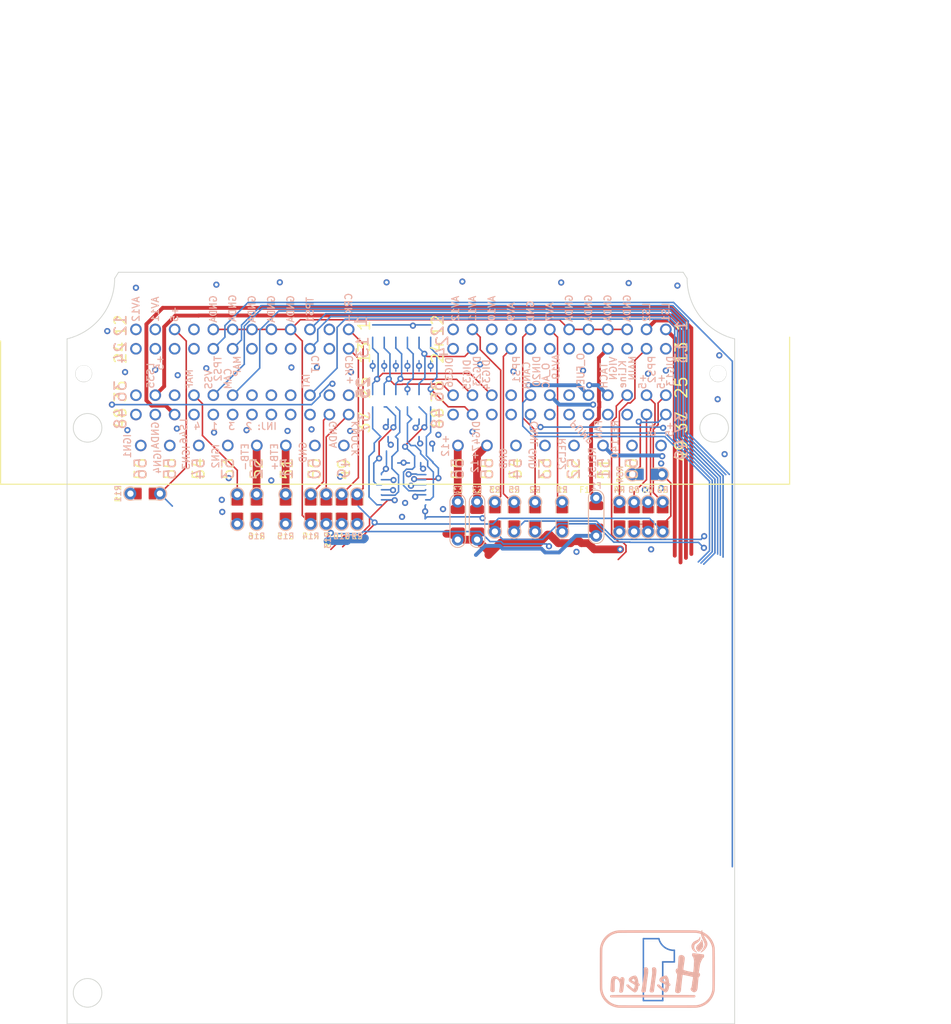
<source format=kicad_pcb>
(kicad_pcb (version 20240108) (generator "pcbnew") (generator_version "8.0")
  (title_block (title "hellen-112-17") (date "2023-10-01") (rev "B") (company "rusEFI"))
  (layers (0 "F.Cu" signal) (1 "In1.Cu" signal) (2 "In2.Cu" signal) (31 "B.Cu" signal) (34 "B.Paste" user) (35 "F.Paste" user) (36 "B.SilkS" user "B.Silkscreen") (37 "F.SilkS" user "F.Silkscreen") (38 "B.Mask" user) (39 "F.Mask" user) (44 "Edge.Cuts" user))
  (net 0 "")
  (net 1 "/OUT_ETB-")
  (net 2 "/OUT_ETB+")
  (net 3 "+5VA")
  (net 4 "/OUT_MAIN_RELAY")
  (net 5 "unconnected-(J1-27A-Pad27)")
  (net 6 "/OUT_RELAY_151")
  (net 7 "/OUT_RELAY_152")
  (net 8 "/OUT_RELAY_140")
  (net 9 "/OUT_FUEL_CONSUMPTION")
  (net 10 "/OUT_FAN_RELAY")
  (net 11 "/OUT_FUEL_PUMP_RELAY")
  (net 12 "+5VP")
  (net 13 "unconnected-(R9-Pad2)")
  (net 14 "/OUT_TACH")
  (net 15 "/OUT_AC_RELAY")
  (net 16 "unconnected-(R10-Pad2)")
  (net 17 "/CAN+")
  (net 19 "unconnected-(R13-Pad2)")
  (net 20 "/OUT_LS_101")
  (net 21 "/OUT_LS_102")
  (net 22 "/IN_AV_109")
  (net 23 "/CAN-")
  (net 24 "/IN_AV_110")
  (net 25 "/IN_AV_112")
  (net 26 "/IN_DIGITAL_113")
  (net 27 "/IN_AV_119")
  (net 28 "/IN_DIGITAL_120")
  (net 29 "/IN_DIGITAL_123")
  (net 30 "/IN_VSS")
  (net 31 "/IN_DIGITAL_134_HS")
  (net 32 "/IN_DIGITAL_135_HS")
  (net 33 "/IN_DIGITAL_136_HS")
  (net 34 "/IN_DIGITAL_147_HS")
  (net 35 "/IN_TPS1")
  (net 36 "/IN_CLT")
  (net 37 "/IN_MAP")
  (net 38 "/IN_TPS2")
  (net 39 "/IN_IAT")
  (net 40 "Net-(J1-16A)")
  (net 41 "/IN_CAM")
  (net 42 "/OUT_LS_235")
  (net 43 "Net-(J1-55A)")
  (net 44 "/OUT_INJ2")
  (net 45 "/OUT_INJ3")
  (net 46 "/OUT_INJ1")
  (net 47 "/OUT_INJ4")
  (net 48 "GNDA")
  (net 49 "Net-(J1-56A)")
  (net 50 "GND")
  (net 51 "/OUT_LS_246")
  (net 52 "/OUT_IGN2")
  (net 53 "/OUT_IGN3")
  (net 54 "Net-(J1-7A)")
  (net 55 "/OUT_IGN4")
  (net 56 "/TLS115_PG")
  (net 57 "+12V_RAW")
  (net 58 "/IN_VIGN")
  (net 59 "/OUT_IGN1")
  (net 60 "Net-(J1-8A)")
  (net 61 "Net-(J1-11A)")
  (net 62 "Net-(J1-37A)")
  (net 63 "Net-(J1-14A)")
  (net 66 "Net-(J1-21A)")
  (net 69 "Net-(J1-25A)")
  (net 70 "Net-(J1-26A)")
  (net 73 "Net-(J1-38A)")
  (net 74 "/VREF2")
  (net 75 "/IN_AV_111")
  (net 76 "/IN_PPS2")
  (net 77 "/IN_AV_107")
  (net 78 "/IN_PPS1")
  (net 96 "Net-(J1-23B)")
  (net 103 "Net-(J1-33B)")
  (net 106 "Net-(J1-37B)")
  (net 107 "Net-(J1-38B)")
  (net 113 "Net-(J1-51B)")
  (net 114 "Net-(J1-52B)")
  (net 115 "/DIGITAL_135_HS")
  (net 116 "/DIGITAL_134_HS")
  (net 117 "/DIGITAL_136_HS")
  (net 118 "/DIGITAL_147_HS")
  (net 119 "/DIGITAL_123")
  (net 120 "/IN_CRANK-")
  (net 121 "/IN_CRANK+")
  (footprint "kicad6-libraries:rusefi_2x56_pin_connector" (layer "F.Cu") (at 137.404267 60.283521)
    (property "Reference" "J1" (hide yes))
    (property "Value" "rusefi_2x56_pin_conn")
  )
  (footprint "hellen-one-common:PAD-0805-PAD" (layer "F.Cu") (at 93.5 83.5 -90)
    (property "Reference" "R13")
    (property "Value" "Jumper-Pad-Pad" (hide yes))
  )
  (footprint "hellen-one-common:PAD-0805-PAD" (layer "F.Cu") (at 70.095 81.5)
    (property "Reference" "R11")
    (property "Value" "Jumper-Pad-Pad" (hide yes))
  )
  (footprint "hellen-one-common:PAD-0805-PAD" (layer "F.Cu") (at 91.5 83.5 -90)
    (property "Reference" "R14")
    (property "Value" "Jumper-Pad-Pad" (hide yes))
  )
  (footprint "hellen-one-common:PAD-0805-PAD" (layer "F.Cu") (at 82 83.5 -90)
    (property "Reference" "R12" (hide yes))
    (property "Value" "Jumper-Pad-Pad" (hide yes))
  )
  (footprint "hellen-one-common:PAD-1206-PAD" (layer "F.Cu") (at 113 85 -90)
    (property "Reference" "F2")
    (property "Value" "12H1500D" (hide yes))
  )
  (footprint "hellen-one-common:PAD-0805-PAD" (layer "F.Cu") (at 88.25 83.5 -90)
    (property "Reference" "R15")
    (property "Value" "Jumper-Pad-Pad" (hide yes))
  )
  (footprint "hellen-one-common:PAD-1206-PAD" (layer "F.Cu") (at 128.4 84.5 -90)
    (property "Reference" "F1")
    (property "Value" "12H1500D" (hide yes))
  )
  (footprint "hellen-one-common:PAD-1206-PAD" (layer "F.Cu") (at 110.5 85 -90)
    (property "Reference" "F3")
    (property "Value" "12H1500D" (hide yes))
  )
  (footprint "hellen-one-common:PAD-0805-PAD" (layer "F.Cu") (at 124 84.5 -90)
    (property "Reference" "R1")
    (property "Value" "Jumper-Pad-Pad" (hide yes))
  )
  (footprint "hellen-one-common:PAD-0805-PAD" (layer "F.Cu") (at 97.5 83.5 -90)
    (property "Reference" "R9")
    (property "Value" "Jumper-Pad-Pad" (hide yes))
  )
  (footprint "hellen-one-common:PAD-0805-PAD" (layer "F.Cu") (at 137 84.5 -90)
    (property "Reference" "R6")
    (property "Value" "Jumper-Pad-Pad" (hide yes))
  )
  (footprint "hellen-one-common:PAD-0805-PAD" (layer "F.Cu") (at 131.4 84.5 -90)
    (property "Reference" "R4")
    (property "Value" "Jumper-Pad-Pad" (hide yes))
  )
  (footprint "hellen-one-common:PAD-0805-PAD" (layer "F.Cu") (at 133.3 84.5 -90)
    (property "Reference" "R8")
    (property "Value" "Jumper-Pad-Pad" (hide yes))
  )
  (footprint "hellen-one-common:PAD-0805-PAD" (layer "F.Cu") (at 95.5 83.5 -90)
    (property "Reference" "R10")
    (property "Value" "Jumper-Pad-Pad" (hide yes))
  )
  (footprint "hellen-one-common:PAD-0805-PAD" (layer "F.Cu") (at 135.1 84.5 -90)
    (property "Reference" "R7")
    (property "Value" "Jumper-Pad-Pad" (hide yes))
  )
  (footprint "hellen-one-common:PAD-0805-PAD" (layer "F.Cu") (at 84.5 83.5 -90)
    (property "Reference" "R16")
    (property "Value" "Jumper-Pad-Pad" (hide yes))
  )
  (footprint "hellen-one-common:PAD-0805-PAD" (layer "F.Cu") (at 117.8 84.5 -90)
    (property "Reference" "R5")
    (property "Value" "Jumper-Pad-Pad" (hide yes))
  )
  (footprint "hellen-one-common:PAD-0805-PAD" (layer "F.Cu") (at 120.5 84.5 -90)
    (property "Reference" "R2")
    (property "Value" "Jumper-Pad-Pad" (hide yes))
  )
  (footprint "hellen-one-common:PAD-0805-PAD" (layer "F.Cu") (at 115.3 84.5 -90)
    (property "Reference" "R3")
    (property "Value" "Jumper-Pad-Pad" (hide yes))
  )
  (footprint "hellen-one-common:LOGO" (layer "B.Cu") (at 136 143 180)
    (property "Reference" "G***" (hide yes))
    (property "Value" "LOGO" (hide yes))
  )
  (footprint "hellen-one-common:PAD-0805-PAD" (layer "B.Cu") (at 134.995 79)
    (property "Reference" "R54")
    (property "Value" "Jumper-Pad-Pad" (hide yes))
  )
  (gr_line (start 140.149999 53.700001) (end 139.649999 52.9) (stroke (width 0.1)) (layer "Edge.Cuts"))
  (gr_circle (center 62.65 146) (end 60.8 146) (stroke (width 0.1)) (fill none) (layer "Edge.Cuts"))
  (gr_circle (center 62.15 66) (end 61.1 66) (stroke (width 0.1)) (fill none) (layer "Edge.Cuts"))
  (gr_arc (start 146.3 61.5) (mid 141.872401 58.666467) (end 140.149999 53.700001) (stroke (width 0.1)) (layer "Edge.Cuts"))
  (gr_circle (center 62.65 73) (end 60.8 73) (stroke (width 0.1)) (fill none) (layer "Edge.Cuts"))
  (gr_line (start 139.649999 52.9) (end 66.650001 52.9) (stroke (width 0.1)) (layer "Edge.Cuts"))
  (gr_circle (center 143.65 73) (end 141.8 73) (stroke (width 0.1)) (fill none) (layer "Edge.Cuts"))
  (gr_line (start 66.650001 52.9) (end 66.150001 53.700001) (stroke (width 0.1)) (layer "Edge.Cuts"))
  (gr_line (start 146.3 150) (end 146.3 61.5) (stroke (width 0.1)) (layer "Edge.Cuts"))
  (gr_line (start 60 150) (end 60 61.5) (stroke (width 0.1)) (layer "Edge.Cuts"))
  (gr_line (start 146.3 150) (end 60 150) (stroke (width 0.1)) (layer "Edge.Cuts"))
  (gr_circle (center 144.15 66) (end 143.1 66) (stroke (width 0.1)) (fill none) (layer "Edge.Cuts"))
  (gr_arc (start 66.150001 53.700001) (mid 64.427565 58.666446) (end 60 61.5) (stroke (width 0.1)) (layer "Edge.Cuts"))
  (gr_text "TACH" (at 129.4 68 90) (layer "B.SilkS") (effects (font (size 0.9 0.9) (thickness 0.15) (bold yes)) (justify right mirror)))
  (gr_text "VSS" (at 78.3 68.1 90) (layer "B.SilkS") (effects (font (size 0.9 0.9) (thickness 0.15) (bold yes)) (justify right mirror)))
  (gr_text "PPS1" (at 118.1 63.6 90) (layer "B.SilkS") (effects (font (size 0.9 0.9) (thickness 0.15) (bold yes)) (justify left mirror)))
  (gr_text "VIGN" (at 130.6 63.7 90) (layer "B.SilkS") (effects (font (size 0.9 0.9) (thickness 0.15) (bold yes)) (justify left mirror)))
  (gr_text "AV7" (at 122.4 59.3 90) (layer "B.SilkS") (effects (font (size 0.9 0.9) (thickness 0.15) (bold yes)) (justify right mirror)))
  (gr_text "CRK-" (at 96.4 59.5 90) (layer "B.SilkS") (effects (font (size 0.9 0.9) (thickness 0.15) (bold yes)) (justify right mirror)))
  (gr_text "AV9" (at 117.4 59.3 90) (layer "B.SilkS") (effects (font (size 0.9 0.9) (thickness 0.15) (bold yes)) (justify right mirror)))
  (gr_text "AV12" (at 68.9 59.4 90) (layer "B.SilkS") (effects (font (size 0.9 0.9) (thickness 0.15) (bold yes)) (justify right mirror)))
  (gr_text "AV12" (at 110.2 59.3 90) (layer "B.SilkS") (effects (font (size 0.9 0.9) (thickness 0.15) (bold yes)) (justify right mirror)))
  (gr_text "IAT" (at 90.9 68 90) (layer "B.SilkS") (effects (font (size 0.9 0.9) (thickness 0.15) (bold yes)) (justify right mirror)))
  (gr_text "GNDA" (at 88.9 59.5 90) (layer "B.SilkS") (effects (font (size 0.9 0.9) (thickness 0.15) (bold yes)) (justify right mirror)))
  (gr_text "DIG34" (at 114.2 68.2 90) (layer "B.SilkS") (effects (font (size 0.9 0.9) (thickness 0.15) (bold yes)) (justify right mirror)))
  (gr_text "LS2" (at 134.9 59.4 90) (layer "B.SilkS") (effects (font (size 0.9 0.9) (thickness 0.15) (bold yes)) (justify right mirror)))
  (gr_text "REL52" (at 124 74.2 90) (layer "B.SilkS") (effects (font (size 0.9 0.9) (thickness 0.15) (bold yes)) (justify left mirror)))
  (gr_text "GND" (at 119.9 59.4 90) (layer "B.SilkS") (effects (font (size 0.9 0.9) (thickness 0.15) (bold yes)) (justify right mirror)))
  (gr_text "KLine" (at 131.8 68 90) (layer "B.SilkS") (effects (font (size 0.9 0.9) (thickness 0.15) (bold yes)) (justify right mirror)))
  (gr_text "REL51" (at 127.9 75.4 90) (layer "B.SilkS") (effects (font (size 0.9 0.9) (thickness 0.15) (bold yes)) (justify left mirror)))
  (gr_text "DIG47" (at 112.9 72 90) (layer "B.SilkS") (effects (font (size 0.9 0.9) (thickness 0.15) (bold yes)) (justify left mirror)))
  (gr_text "MAF" (at 75.8 68.1 90) (layer "B.SilkS") (effects (font (size 0.9 0.9) (thickness 0.15) (bold yes)) (justify right mirror)))
  (gr_text "GNDA" (at 81.4 59.4 90) (layer "B.SilkS") (effects (font (size 0.9 0.9) (thickness 0.15) (bold yes)) (justify right mirror)))
  (gr_text "CLT" (at 92.1 63.5 90) (layer "B.SilkS") (effects (font (size 0.9 0.9) (thickness 0.15) (bold yes)) (justify left mirror)))
  (gr_text "AV11" (at 71.4 59.4 90) (layer "B.SilkS") (effects (font (size 0.9 0.9) (thickness 0.15) (bold yes)) (justify right mirror)))
  (gr_text "GND" (at 90.5 74.7 90) (layer "B.SilkS") (effects (font (size 0.9 0.9) (thickness 0.15) (bold yes)) (justify left mirror)))
  (gr_text "GND" (at 116.4 75.5 90) (layer "B.SilkS") (effects (font (size 0.9 0.9) (thickness 0.15) (bold yes)) (justify left mirror)))
  (gr_text "DIN20" (at 120.7 63.6 90) (layer "B.SilkS") (effects (font (size 0.9 0.9) (thickness 0.15) (bold yes)) (justify left mirror)))
  (gr_text "CAM" (at 80.8 68.1 90) (layer "B.SilkS") (effects (font (size 0.9 0.9) (thickness 0.15) (bold yes)) (justify right mirror)))
  (gr_text "PUMP" (at 125.2 72.1 135) (layer "B.SilkS") (effects (font (size 0.9 0.9) (thickness 0.15) (bold yes)) (justify left mirror)))
  (gr_text "IGN1" (at 67.8 73.7 90) (layer "B.SilkS") (effects (font (size 0.9 0.9) (thickness 0.15) (bold yes)) (justify left mirror)))
  (gr_text "GNDA" (at 83.9 59.5 90) (layer "B.SilkS") (effects (font (size 0.9 0.9) (thickness 0.15) (bold yes)) (justify right mirror)))
  (gr_text "GNDA" (at 124.9 59.4 90) (layer "B.SilkS") (effects (font (size 0.9 0.9) (thickness 0.15) (bold yes)) (justify right mirror)))
  (gr_text "GNDA" (at 71.4 72.1 90) (layer "B.SilkS") (effects (font (size 0.9 0.9) (thickness 0.15) (bold yes)) (justify left mirror)))
  (gr_text "ETB-" (at 83 74.9 90) (layer "B.SilkS") (effects (font (size 0.9 0.9) (thickness 0.15) (bold yes)) (justify left mirror)))
  (gr_text "TPS2" (at 79.5 63.6 90) (layer "B.SilkS") (effects (font (size 0.9 0.9) (thickness 0.15) (bold yes)) (justify left mirror)))
  (gr_text "GNDA" (at 127.4 59.4 90) (layer "B.SilkS") (effects (font (size 0.9 0.9) (thickness 0.15) (bold yes)) (justify right mirror)))
  (gr_text "AV10" (at 114.9 59.3 90) (layer "B.SilkS") (effects (font (size 0.9 0.9) (thickness 0.15) (bold yes)) (justify right mirror)))
  (gr_text "TPS1" (at 91.4 59.5 90) (layer "B.SilkS") (effects (font (size 0.9 0.9) (thickness 0.15) (bold yes)) (justify right mirror)))
  (gr_text "IGN3" (at 75.4 75.2 90) (layer "B.SilkS") (effects (font (size 0.9 0.9) (thickness 0.15) (bold yes)) (justify left mirror)))
  (gr_text "CANH" (at 119.4 68.1 90) (layer "B.SilkS") (effects (font (size 0.9 0.9) (thickness 0.15) (bold yes)) (justify right mirror)))
  (gr_text "+5" (at 135.6 72.1 90) (layer "B.SilkS") (effects (font (size 0.9 0.9) (thickness 0.15) (bold yes)) (justify left mirror)))
  (gr_text "+5" (at 72 63.5 90) (layer "B.SilkS") (effects (font (size 0.9 0.9) (thickness 0.15) (bold yes)) (justify left mirror)))
  (gr_text "MAIN" (at 133.1 63.6 90) (layer "B.SilkS") (effects (font (size 0.9 0.9) (thickness 0.15) (bold yes)) (justify left mirror)))
  (gr_text "CANL" (at 120.4 72 90) (layer "B.SilkS") (effects (font (size 0.9 0.9) (thickness 0.15) (bold yes)) (justify left mirror)))
  (gr_text "+5" (at 137.9 72.1 90) (layer "B.SilkS") (effects (font (size 0.9 0.9) (thickness 0.15) (bold yes)) (justify left mirror)))
  (gr_text "DIG35" (at 111.7 68.2 90) (layer "B.SilkS") (effects (font (size 0.9 0.9) (thickness 0.15) (bold yes)) (justify right mirror)))
  (gr_text "GNDA" (at 86.4 59.5 90) (layer "B.SilkS") (effects (font (size 0.9 0.9) (thickness 0.15) (bold yes)) (justify right mirror)))
  (gr_text "O_AC" (at 121.9 68 90) (layer "B.SilkS") (effects (font (size 0.9 0.9) (thickness 0.15) (bold yes)) (justify right mirror)))
  (gr_text "DIG13" (at 138 63.6 90) (layer "B.SilkS") (effects (font (size 0.9 0.9) (thickness 0.15) (bold yes)) (justify left mirror)))
  (gr_text "FAN" (at 128.7 71.9 90) (layer "B.SilkS") (effects (font (size 0.9 0.9) (thickness 0.15) (bold yes)) (justify left mirror)))
  (gr_text "GND" (at 120.2 75.5 90) (layer "B.SilkS") (effects (font (size 0.9 0.9) (thickness 0.15) (bold yes)) (justify left mirror)))
  (gr_text "LS1" (at 137.4 59.4 90) (layer "B.SilkS") (effects (font (size 0.9 0.9) (thickness 0.15) (bold yes)) (justify right mirror)))
  (gr_text "+12" (at 112.7 75.9 90) (layer "B.SilkS") (effects (font (size 0.9 0.9) (thickness 0.15) (bold yes)) (justify left mirror)))
  (gr_text "GNDA" (at 94.4 72 90) (layer "B.SilkS") (effects (font (size 0.9 0.9) (thickness 0.15) (bold yes)) (justify left mirror)))
  (gr_text "IGN4" (at 71.7 75.7 90) (layer "B.SilkS") (effects (font (size 0.9 0.9) (thickness 0.15) (bold yes)) (justify left mirror)))
  (gr_text "+5" (at 73.9 59.4 90) (layer "B.SilkS") (effects (font (size 0.9 0.9) (thickness 0.15) (bold yes)) (justify right mirror)))
  (gr_text "DIG36" (at 109.4 67.9 90) (layer "B.SilkS") (effects (font (size 0.9 0.9) (thickness 0.15) (bold yes)) (justify right mirror)))
  (gr_text "ETB+" (at 86.8 74.9 90) (layer "B.SilkS") (effects (font (size 0.9 0.9) (thickness 0.15) (bold yes)) (justify left mirror)))
  (gr_text "CRK+" (at 96.5 63.5 90) (layer "B.SilkS") (effects (font (size 0.9 0.9) (thickness 0.15) (bold yes)) (justify left mirror)))
  (gr_text "REL140" (at 130.8 71.9 90) (layer "B.SilkS") (effects (font (size 0.9 0.9) (thickness 0.15) (bold yes)) (justify left mirror)))
  (gr_text "O_FUEL" (at 126.4 68.3 90) (layer "B.SilkS") (effects (font (size 0.9 0.9) (thickness 0.15) (bold yes)) (justify right mirror)))
  (gr_text "IGN2" (at 79.2 75 90) (layer "B.SilkS") (effects (font (size 0.9 0.9) (thickness 0.15) (bold yes)) (justify left mirror)))
  (gr_text "GNDA" (at 78.9 59.5 90) (layer "B.SilkS") (effects (font (size 0.9 0.9) (thickness 0.15) (bold yes)) (justify right mirror)))
  (gr_text "+5" (at 134.4 68.1 90) (layer "B.SilkS") (effects (font (size 0.9 0.9) (thickness 0.15) (bold yes)) (justify right mirror)))
  (gr_text "MAP" (at 82 63.6 90) (layer "B.SilkS") (effects (font (size 0.9 0.9) (thickness 0.15) (bold yes)) (justify left mirror)))
  (gr_text "INJ: 2  3  1  4" (at 87.2 72.8 0) (layer "B.SilkS") (effects (font (size 0.9 0.9) (thickness 0.15) (bold yes)) (justify left mirror)))
  (gr_text "DIG23" (at 113 63.6 90) (layer "B.SilkS") (effects (font (size 0.9 0.9) (thickness 0.15) (bold yes)) (justify left mirror)))
  (gr_text "+12" (at 108.9 73.8 90) (layer "B.SilkS") (effects (font (size 0.9 0.9) (thickness 0.15) (bold yes)) (justify left mirror)))
  (gr_text "AV11" (at 112.4 59.3 90) (layer "B.SilkS") (effects (font (size 0.9 0.9) (thickness 0.15) (bold yes)) (justify right mirror)))
  (gr_text "KNOCK" (at 97.3 72 90) (layer "B.SilkS") (effects (font (size 0.9 0.9) (thickness 0.15) (bold yes)) (justify left mirror)))
  (gr_text "LS35" (at 70.8 68 90) (layer "B.SilkS") (effects (font (size 0.9 0.9) (thickness 0.15) (bold yes)) (justify right mirror)))
  (gr_text "PPS2" (at 135.6 63.6 90) (layer "B.SilkS") (effects (font (size 0.9 0.9) (thickness 0.15) (bold yes)) (justify left mirror)))
  (gr_text "+5" (at 136.8 68.1 90) (layer "B.SilkS") (effects (font (size 0.9 0.9) (thickness 0.15) (bold yes)) (justify right mirror)))
  (gr_text "GNDA" (at 129.9 59.4 90) (layer "B.SilkS") (effects (font (size 0.9 0.9) (thickness 0.15) (bold yes)) (justify right mirror)))
  (gr_text "GNDA" (at 132.4 59.4 90) (layer "B.SilkS") (effects (font (size 0.9 0.9) (thickness 0.15) (bold yes)) (justify right mirror)))
  (gr_text "AV19" (at 123.2 63.4 90) (layer "B.SilkS") (effects (font (size 0.9 0.9) (thickness 0.15) (bold yes)) (justify left mirror)))
  (gr_text "LS46" (at 75.1 71.7 90) (layer "B.SilkS") (effects (font (size 0.9 0.9) (thickness 0.15) (bold yes)) (justify left mirror)))
  (segment (start 108 79.5) (end 107.873807 79.626193) (width 0.2) (layer "F.Cu") (net 0))
  (segment (start 104.867874 79.626193) (end 104.863732 79.622051) (width 0.2) (layer "F.Cu") (net 0))
  (segment (start 107.873807 79.626193) (end 104.867874 79.626193) (width 0.2) (layer "F.Cu") (net 0))
  (segment (start 106.057404 72.934285) (end 103.698955 75.292734) (width 0.2) (layer "F.Cu") (net 0))
  (segment (start 106.189486 72.934285) (end 106.057404 72.934285) (width 0.2) (layer "F.Cu") (net 0))
  (segment (start 103.698955 75.292734) (end 103.698955 75.44177) (width 0.2) (layer "F.Cu") (net 0))
  (segment (start 102.190446 72.934132) (end 100.341487 74.783091) (width 0.2) (layer "F.Cu") (net 0))
  (segment (start 100.341487 74.783091) (end 100.341487 76.946838) (width 0.2) (layer "F.Cu") (net 0))
  (via (at 102.190446 72.934132) (size 0.8) (drill 0.4) (layers "F.Cu" "B.Cu") (net 0))
  (via (at 100.341487 76.946838) (size 0.8) (drill 0.4) (layers "F.Cu" "B.Cu") (net 0))
  (via (at 103.999046 68) (size 0.8) (drill 0.4) (layers "F.Cu" "B.Cu") (net 0))
  (via (at 104.863732 79.622051) (size 0.8) (drill 0.4) (layers "F.Cu" "B.Cu") (net 0))
  (via (at 65.8 70) (size 0.8) (drill 0.4) (layers "F.Cu" "B.Cu") (net 0))
  (via (at 106.189486 72.934285) (size 0.8) (drill 0.4) (layers "F.Cu" "B.Cu") (net 0))
  (via (at 108 79.5) (size 0.8) (drill 0.4) (layers "F.Cu" "B.Cu") (net 0))
  (via (at 94.3 67.3) (size 0.8) (drill 0.4) (layers "F.Cu" "B.Cu") (net 0))
  (via (at 103.698955 75.44177) (size 0.8) (drill 0.4) (layers "F.Cu" "B.Cu") (net 0))
  (segment (start 104.217184 75.959999) (end 103.698955 75.44177) (width 0.2) (layer "B.Cu") (net 0))
  (segment (start 105.709999 76.346238) (end 106.615001 77.25124) (width 0.2) (layer "B.Cu") (net 0))
  (segment (start 102.45 71.45) (end 101.3 70.3) (width 0.2) (layer "B.Cu") (net 0))
  (segment (start 106.45 72.673771) (end 106.45 71.8625) (width 0.2) (layer "B.Cu") (net 0))
  (segment (start 100.263161 76.946838) (end 100.341487 76.946838) (width 0.2) (layer "B.Cu") (net 0))
  (segment (start 107.35 81.894975) (end 106.944975 82.3) (width 0.2) (layer "B.Cu") (net 0))
  (segment (start 102.850001 81.259172) (end 102.850001 79.113142) (width 0.2) (layer "B.Cu") (net 0))
  (segment (start 99.709999 76) (end 99.709999 74.977501) (width 0.2) (layer "B.Cu") (net 0))
  (segment (start 107.290001 77.431266) (end 107.290001 77.5) (width 0.2) (layer "B.Cu") (net 0))
  (segment (start 102.409174 81.699999) (end 102.850001 81.259172) (width 0.2) (layer "B.Cu") (net 0))
  (segment (start 104.55 71.8625) (end 104 72.4125) (width 0.2) (layer "B.Cu") (net 0))
  (segment (start 102.5 70.3) (end 103 70.8) (width 0.2) (layer "B.Cu") (net 0))
  (segment (start 99.034999 81.929974) (end 100.055025 82.95) (width 0.2) (layer "B.Cu") (net 0))
  (segment (start 107.290001 77.5) (end 107.290001 77.431267) (width 0.2) (layer "B.Cu") (net 0))
  (segment (start 99.5 70.3) (end 99.5 73.0875) (width 0.2) (layer "B.Cu") (net 0))
  (segment (start 106.45 76.591265) (end 106.929367 77.070633) (width 0.2) (layer "B.Cu") (net 0))
  (segment (start 104 72.4125) (end 104 74.815685) (width 0.2) (layer "B.Cu") (net 0))
  (segment (start 103.497637 78.723524) (end 103.497637 80.455434) (width 0.2) (layer "B.Cu") (net 0))
  (segment (start 65.8 70) (end 91.602002 70) (width 0.2) (layer "B.Cu") (net 0))
  (segment (start 103 70.8) (end 103 73.5875) (width 0.2) (layer "B.Cu") (net 0))
  (segment (start 99.709999 76) (end 99.034999 76.675) (width 0.2) (layer "B.Cu") (net 0))
  (segment (start 104.17353 81.131327) (end 106.231173 81.131327) (width 0.2) (layer "B.Cu") (net 0))
  (segment (start 104.25 75.959999) (end 104.929939 76.639938) (width 0.2) (layer "B.Cu") (net 0))
  (segment (start 103.999046 62.7) (end 104.73897 63.439924) (width 0.2) (layer "B.Cu") (net 0))
  (segment (start 92.7 68.902002) (end 92.7 68.573574) (width 0.2) (layer "B.Cu") (net 0))
  (segment (start 106.45 71.25) (end 106.45 71.8625) (width 0.2) (layer "B.Cu") (net 0))
  (segment (start 102.45 74.1375) (end 102.75 74.4375) (width 0.2) (layer "B.Cu") (net 0))
  (segment (start 100.055025 82.95) (end 100.6375 82.95) (width 0.2) (layer "B.Cu") (net 0))
  (segment (start 104.929939 76.639938) (end 104.929939 78.050822) (width 0.2) (layer "B.Cu") (net 0))
  (segment (start 99.034999 76.675) (end 99.034999 81.929974) (width 0.2) (layer "B.Cu") (net 0))
  (segment (start 104 61.3) (end 104 62.699046) (width 0.2) (layer "B.Cu") (net 0))
  (segment (start 104.73897 63.439924) (end 104.73897 66.550077) (width 0.2) (layer "B.Cu") (net 0))
  (segment (start 107 73.5875) (end 106.45 74.1375) (width 0.2) (layer "B.Cu") (net 0))
  (segment (start 104.635631 78.34513) (end 103.876031 78.34513) (width 0.2) (layer "B.Cu") (net 0))
  (segment (start 103.999046 67.290001) (end 103.999046 68) (width 0.2) (layer "B.Cu") (net 0))
  (segment (start 108 78.209999) (end 108 79.5) (width 0.2) (layer "B.Cu") (net 0))
  (segment (start 104.25 75.959999) (end 104.217184 75.959999) (width 0.2) (layer "B.Cu") (net 0))
  (segment (start 100.687499 81.699999) (end 102.409174 81.699999) (width 0.2) (layer "B.Cu") (net 0))
  (segment (start 104 62.699046) (end 103.999046 62.7) (width 0.2) (layer "B.Cu") (net 0))
  (segment (start 100.6375 81.65) (end 100.687499 81.699999) (width 0.2) (layer "B.Cu") (net 0))
  (segment (start 104.994998 75.284999) (end 105.709999 76) (width 0.2) (layer "B.Cu") (net 0))
  (segment (start 103.497637 80.455434) (end 104.17353 81.131327) (width 0.2) (layer "B.Cu") (net 0))
  (segment (start 106.3625 79.7) (end 104.941681 79.7) (width 0.2) (layer "B.Cu") (net 0))
  (segment (start 102 78.263141) (end 102 76.709999) (width 0.2) (layer "B.Cu") (net 0))
  (segment (start 106.944975 82.3) (end 106.3625 82.3) (width 0.2) (layer "B.Cu") (net 0))
  (segment (start 103.876031 78.34513) (end 103.497637 78.723524) (width 0.2) (layer "B.Cu") (net 0))
  (segment (start 107.290001 77.431267) (end 106.929367 77.070633) (width 0.2) (layer "B.Cu") (net 0))
  (segment (start 99.65 77.559999) (end 99.65 79.944975) (width 0.2) (layer "B.Cu") (net 0))
  (segment (start 106.45 74.1375) (end 106.45 76.591265) (width 0.2) (layer "B.Cu") (net 0))
  (segment (start 99.709999 74.977501) (end 100.55 74.1375) (width 0.2) (layer "B.Cu") (net 0))
  (segment (start 104 71.3125) (end 104.55 71.8625) (width 0.2) (layer "B.Cu") (net 0))
  (segment (start 107.35 78.713761) (end 107.35 81.894975) (width 0.2) (layer "B.Cu") (net 0))
  (segment (start 104 74.815685) (end 104.469314 75.284999) (width 0.2) (layer "B.Cu") (net 0))
  (segment (start 92.7 68.573574) (end 93.973574 67.3) (width 0.2) (layer "B.Cu") (net 0))
  (segment (start 107.290001 77.5) (end 108 78.209999) (width 0.2) (layer "B.Cu") (net 0))
  (segment (start 103 73.5875) (end 102.45 74.1375) (width 0.2) (layer "B.Cu") (net 0))
  (segment (start 102.190446 72.934132) (end 102.45 72.674578) (width 0.2) (layer "B.Cu") (net 0))
  (segment (start 105.5 70.3) (end 106.45 71.25) (width 0.2) (layer "B.Cu") (net 0))
  (segment (start 104.929939 78.050822) (end 104.635631 78.34513) (width 0.2) (layer "B.Cu") (net 0))
  (segment (start 106.615001 77.25124) (end 106.615001 77.978762) (width 0.2) (layer "B.Cu") (net 0))
  (segment (start 102.45 71.8625) (end 102.45 71.45) (width 0.2) (layer "B.Cu") (net 0))
  (segment (start 104 70.3) (end 104 71.3125) (width 0.2) (layer "B.Cu") (net 0))
  (segment (start 102 76.709999) (end 102.75 75.959999) (width 0.2) (layer "B.Cu") (net 0))
  (segment (start 106.615001 77.978762) (end 107.35 78.713761) (width 0.2) (layer "B.Cu") (net 0))
  (segment (start 106.929367 77.070633) (end 107.290001 77.431266) (width 0.2) (layer "B.Cu") (net 0))
  (segment (start 99.709999 77.5) (end 100.263161 76.946838) (width 0.2) (layer "B.Cu") (net 0))
  (segment (start 99.5 73.0875) (end 100.55 74.1375) (width 0.2) (layer "B.Cu") (net 0))
  (segment (start 103.999046 68) (end 103.999046 68.7) (width 0.2) (layer "B.Cu") (net 0))
  (segment (start 106.231173 81.131327) (end 106.3625 81) (width 0.2) (layer "B.Cu") (net 0))
  (segment (start 104.73897 66.550077) (end 103.999046 67.290001) (width 0.2) (layer "B.Cu") (net 0))
  (segment (start 99.65 79.944975) (end 100.055025 80.35) (width 0.2) (layer "B.Cu") (net 0))
  (segment (start 104.941681 79.7) (end 104.863732 79.622051) (width 0.2) (layer "B.Cu") (net 0))
  (segment (start 107 70.3) (end 107 73.5875) (width 0.2) (layer "B.Cu") (net 0))
  (segment (start 91.602002 70) (end 92.7 68.902002) (width 0.2) (layer "B.Cu") (net 0))
  (segment (start 102.850001 79.113142) (end 102 78.263141) (width 0.2) (layer "B.Cu") (net 0))
  (segment (start 101.3 70.3) (end 101 70.3) (width 0.2) (layer "B.Cu") (net 0))
  (segment (start 106.189486 72.934285) (end 106.45 72.673771) (width 0.2) (layer "B.Cu") (net 0))
  (segment (start 93.973574 67.3) (end 94.3 67.3) (width 0.2) (layer "B.Cu") (net 0))
  (segment (start 100.055025 80.35) (end 100.6375 80.35) (width 0.2) (layer "B.Cu") (net 0))
  (segment (start 102.45 72.674578) (end 102.45 71.8625) (width 0.2) (layer "B.Cu") (net 0))
  (segment (start 104.469314 75.284999) (end 104.994998 75.284999) (width 0.2) (layer "B.Cu") (net 0))
  (segment (start 102.75 74.4375) (end 102.75 75.959999) (width 0.2) (layer "B.Cu") (net 0))
  (segment (start 105.709999 76) (end 105.709999 76.346238) (width 0.2) (layer "B.Cu") (net 0))
  (segment (start 99.709999 77.5) (end 99.65 77.559999) (width 0.2) (layer "B.Cu") (net 0))
  (via (at 106.290001 83.784668) (size 0.8) (drill 0.4) (layers "F.Cu" "B.Cu") (net 3))
  (via (at 104.710475 59.8) (size 0.8) (drill 0.4) (layers "F.Cu" "B.Cu") (net 3))
  (via (at 105.048311 72.981614) (size 0.8) (drill 0.4) (layers "F.Cu" "B.Cu") (net 3))
  (via (at 113.708605 84.673534) (size 0.8) (drill 0.4) (layers "F.Cu" "B.Cu") (net 3))
  (via (at 101.2 72.9) (size 0.8) (drill 0.4) (layers "F.Cu" "B.Cu") (net 3))
  (segment (start 104.810475 59.7) (end 104.710475 59.8) (width 0.2) (layer "B.Cu") (net 3))
  (segment (start 107 59.7) (end 104.810475 59.7) (width 0.2) (layer "B.Cu") (net 3))
  (segment (start 106.540001 84.5) (end 106.290001 84.75) (width 0.2) (layer "B.Cu") (net 3))
  (segment (start 99.500954 59.7) (end 104.610475 59.7) (width 0.2) (layer "B.Cu") (net 3))
  (segment (start 113.535071 84.5) (end 106.540001 84.5) (width 0.2) (layer "B.Cu") (net 3))
  (segment (start 105.048311 72.981614) (end 105.5 72.529925) (width 0.2) (layer "B.Cu") (net 3))
  (segment (start 113.708605 84.673534) (end 113.535071 84.5) (width 0.2) (layer "B.Cu") (net 3))
  (segment (start 106.290001 83.022499) (end 106.3625 82.95) (width 0.2) (layer "B.Cu") (net 3))
  (segment (start 101.5 72.6) (end 101.2 72.9) (width 0.2) (layer "B.Cu") (net 3))
  (segment (start 106.290001 84.75) (end 106.290001 83.784668) (width 0.2) (layer "B.Cu") (net 3))
  (segment (start 101.5 71.8625) (end 101.5 72.6) (width 0.2) (layer "B.Cu") (net 3))
  (segment (start 106.290001 83.784668) (end 106.290001 83.022499) (width 0.2) (layer "B.Cu") (net 3))
  (segment (start 105.5 72.529925) (end 105.5 71.8625) (width 0.2) (layer "B.Cu") (net 3))
  (segment (start 104.610475 59.7) (end 104.710475 59.8) (width 0.2) (layer "B.Cu") (net 3))
  (segment (start 132.404267 68.783521) (end 131 70.187788) (width 0.2) (layer "F.Cu") (net 5))
  (segment (start 131 70.187788) (end 131 71.602002) (width 0.2) (layer "F.Cu") (net 5))
  (segment (start 131.81066 87.75) (end 132.25 88.18934) (width 0.2) (layer "F.Cu") (net 5))
  (segment (start 130.388 86.82734) (end 131.31066 87.75) (width 0.2) (layer "F.Cu") (net 5))
  (segment (start 131.31066 87.75) (end 131.81066 87.75) (width 0.2) (layer "F.Cu") (net 5))
  (segment (start 132.25 88.18934) (end 132.25 89.01066) (width 0.2) (layer "F.Cu") (net 5))
  (segment (start 132.25 89.01066) (end 131.25 90.01066) (width 0.2) (layer "F.Cu") (net 5))
  (segment (start 131 71.602002) (end 130.388 72.214002) (width 0.2) (layer "F.Cu") (net 5))
  (segment (start 130.388 72.214002) (end 130.388 86.82734) (width 0.2) (layer "F.Cu") (net 5))
  (via (at 136.93428 76.66004) (size 0.8) (drill 0.4) (layers "F.Cu" "B.Cu") (net 6))
  (segment (start 136.93428 76.66004) (end 136.843172 76.568932) (width 0.5) (layer "B.Cu") (net 6))
  (segment (start 136.843172 76.568932) (end 130.564678 76.568932) (width 0.5) (layer "B.Cu") (net 6))
  (segment (start 130.564678 76.568932) (end 129.279267 75.283521) (width 0.5) (layer "B.Cu") (net 6))
  (via (at 119.65 67.5) (size 0.8) (drill 0.4) (layers "F.Cu" "B.Cu") (net 9))
  (segment (start 126.120746 67.5) (end 119.65 67.5) (width 0.5) (layer "B.Cu") (net 9))
  (segment (start 127.404267 68.783521) (end 126.120746 67.5) (width 0.5) (layer "B.Cu") (net 9))
  (segment (start 75.404267 61.783521) (end 73.904267 60.283521) (width 0.2) (layer "F.Cu") (net 12))
  (segment (start 138.05 80.15) (end 138.05 84.400021) (width 0.2) (layer "F.Cu") (net 12))
  (segment (start 136.9 79) (end 138.05 80.15) (width 0.2) (layer "F.Cu") (net 12))
  (segment (start 99.75 85.434712) (end 99.75 85.22929) (width 0.2) (layer "F.Cu") (net 12))
  (segment (start 75.404267 78.095733) (end 75.404267 61.783521) (width 0.2) (layer "F.Cu") (net 12))
  (segment (start 137 85.450021) (end 133.3 85.450021) (width 0.2) (layer "F.Cu") (net 12))
  (segment (start 95.625001 88.364338) (end 96.639339 87.35) (width 0.2) (layer "F.Cu") (net 12))
  (segment (start 72 81.5) (end 75.404267 78.095733) (width 0.2) (layer "F.Cu") (net 12))
  (segment (start 97.834712 87.35) (end 99.75 85.434712) (width 0.2) (layer "F.Cu") (net 12))
  (segment (start 138.05 84.400021) (end 137 85.450021) (width 0.2) (layer "F.Cu") (net 12))
  (segment (start 96.639339 87.35) (end 97.834712 87.35) (width 0.2) (layer "F.Cu") (net 12))
  (via (at 99.75 85.22929) (size 0.8) (drill 0.4) (layers "F.Cu" "B.Cu") (net 12))
  (segment (start 115.780816 84.692999) (end 115.048815 85.425) (width 0.2) (layer "B.Cu") (net 12))
  (segment (start 115.048815 85.425) (end 99.94571 85.425) (width 0.2) (layer "B.Cu") (net 12))
  (segment (start 99.94571 85.425) (end 99.75 85.22929) (width 0.2) (layer "B.Cu") (net 12))
  (segment (start 135.287999 84.692999) (end 115.780816 84.692999) (width 0.2) (layer "B.Cu") (net 12))
  (segment (start 137 86.405) (end 135.287999 84.692999) (width 0.2) (layer "B.Cu") (net 12))
  (segment (start 97.632312 83.111602) (end 99.75 85.22929) (width 0.2) (layer "B.Cu") (net 12))
  (segment (start 72 81.5) (end 73.611602 83.111602) (width 0.2) (layer "B.Cu") (net 12))
  (via (at 127.500923 67.487618) (size 0.8) (drill 0.4) (layers "F.Cu" "B.Cu") (net 14))
  (segment (start 128.608364 67.487618) (end 129.904267 68.783521) (width 0.5) (layer "B.Cu") (net 14))
  (segment (start 127.500923 67.487618) (end 128.608364 67.487618) (width 0.5) (layer "B.Cu") (net 14))
  (via (at 128 70) (size 0.8) (drill 0.4) (layers "F.Cu" "B.Cu") (net 15))
  (segment (start 123.620746 70) (end 128 70) (width 0.5) (layer "B.Cu") (net 15))
  (segment (start 122.404267 68.783521) (end 123.620746 70) (width 0.5) (layer "B.Cu") (net 15))
  (segment (start 143.05 88.870104) (end 143.05 79.914818) (width 0.2) (layer "B.Cu") (net 17))
  (segment (start 118.904267 72.763367) (end 118.904267 69.783521) (width 0.2) (layer "B.Cu") (net 17))
  (segment (start 120.2659 74.125) (end 118.904267 72.763367) (width 0.2) (layer "B.Cu") (net 17))
  (segment (start 137.260182 74.125) (end 120.2659 74.125) (width 0.2) (layer "B.Cu") (net 17))
  (segment (start 118.904267 69.783521) (end 119.904267 68.783521) (width 0.2) (layer "B.Cu") (net 17))
  (segment (start 141.6 90.320103) (end 143.05 88.870104) (width 0.2) (layer "B.Cu") (net 17))
  (segment (start 143.05 79.914818) (end 137.260182 74.125) (width 0.2) (layer "B.Cu") (net 17))
  (segment (start 93.3 85.605) (end 93.5 85.405) (width 0.2) (layer "F.Cu") (net 19))
  (segment (start 138.554267 61.433521) (end 137.404267 60.283521) (width 0.5) (layer "F.Cu") (net 20))
  (segment (start 138.554267 89.515733) (end 138.554267 61.433521) (width 0.5) (layer "F.Cu") (net 20))
  (segment (start 139.3 90.389652) (end 139.3 60.552908) (width 0.5) (layer "F.Cu") (net 21))
  (segment (start 137.880613 59.133521) (end 136.054267 59.133521) (width 0.5) (layer "F.Cu") (net 21))
  (segment (start 136.054267 59.133521) (end 134.904267 60.283521) (width 0.5) (layer "F.Cu") (net 21))
  (segment (start 139.3 60.552908) (end 137.880613 59.133521) (width 0.5) (layer "F.Cu") (net 21))
  (segment (start 143.4 79.769843) (end 137.305156 73.675) (width 0.2) (layer "B.Cu") (net 23))
  (segment (start 120.475 73.675) (end 119.904267 73.104267) (width 0.2) (layer "B.Cu") (net 23))
  (segment (start 137.305156 73.675) (end 120.475 73.675) (width 0.2) (layer "B.Cu") (net 23))
  (segment (start 141.95 90.465077) (end 143.4 89.015078) (width 0.2) (layer "B.Cu") (net 23))
  (segment (start 119.904267 73.104267) (end 119.904267 71.283521) (width 0.2) (layer "B.Cu") (net 23))
  (segment (start 143.4 89.015078) (end 143.4 79.769843) (width 0.2) (layer "B.Cu") (net 23))
  (via (at 137.05 73) (size 0.8) (drill 0.4) (layers "F.Cu" "B.Cu") (net 26))
  (via (at 121.2 72.9) (size 0.8) (drill 0.4) (layers "F.Cu" "B.Cu") (net 26))
  (segment (start 136.95 72.9) (end 137.05 73) (width 0.2) (layer "B.Cu") (net 26))
  (segment (start 121.2 72.9) (end 136.95 72.9) (width 0.2) (layer "B.Cu") (net 26))
  (segment (start 111.404267 63.783521) (end 106.53795 63.783521) (width 0.2) (layer "F.Cu") (net 29))
  (segment (start 112.404267 62.783521) (end 111.404267 63.783521) (width 0.2) (layer "F.Cu") (net 29))
  (segment (start 106.53795 63.783521) (end 106.187517 63.433088) (width 0.2) (layer "F.Cu") (net 29))
  (via (at 106.187517 63.433088) (size 0.8) (drill 0.4) (layers "F.Cu" "B.Cu") (net 29))
  (segment (start 106.256318 63.457272) (end 106.256318 66.532729) (width 0.2) (layer "B.Cu") (net 29))
  (segment (start 105.5 61.3) (end 105.5 62.699046) (width 0.2) (layer "B.Cu") (net 29))
  (segment (start 105.499046 62.7) (end 106.256318 63.457272) (width 0.2) (layer "B.Cu") (net 29))
  (segment (start 105.499046 67.290001) (end 105.499046 68.7) (width 0.2) (layer "B.Cu") (net 29))
  (segment (start 106.256318 66.532729) (end 105.499046 67.290001) (width 0.2) (layer "B.Cu") (net 29))
  (segment (start 105.5 62.699046) (end 105.499046 62.7) (width 0.2) (layer "B.Cu") (net 29))
  (segment (start 82.904267 59.869307) (end 85.223574 57.55) (width 0.2) (layer "B.Cu") (net 30))
  (segment (start 138.160052 57.55) (end 139.95 59.339948) (width 0.2) (layer "B.Cu") (net 30))
  (segment (start 78.904267 68.783521) (end 82.904267 64.783521) (width 0.2) (layer "B.Cu") (net 30))
  (segment (start 139.95 73.844974) (end 145.15 79.044974) (width 0.2) (layer "B.Cu") (net 30))
  (segment (start 82.904267 64.783521) (end 82.904267 59.869307) (width 0.2) (layer "B.Cu") (net 30))
  (segment (start 85.223574 57.55) (end 138.160052 57.55) (width 0.2) (layer "B.Cu") (net 30))
  (segment (start 139.95 59.339948) (end 139.95 73.844974) (width 0.2) (layer "B.Cu") (net 30))
  (segment (start 100.076262 66.701321) (end 100.807515 65.970068) (width 0.2) (layer "F.Cu") (net 31))
  (segment (start 100.807515 65.970068) (end 112.090814 65.970068) (width 0.2) (layer "F.Cu") (net 31))
  (segment (start 112.090814 65.970068) (end 114.904267 68.783521) (width 0.2) (layer "F.Cu") (net 31))
  (via (at 100.076262 66.701321) (size 0.8) (drill 0.4) (layers "F.Cu" "B.Cu") (net 31))
  (segment (start 99.5 62.7) (end 100.21 63.41) (width 0.2) (layer "B.Cu") (net 31))
  (segment (start 99.500954 61.3) (end 99.500954 62.699046) (width 0.2) (layer "B.Cu") (net 31))
  (segment (start 100.21 63.41) (end 100.21 66.580001) (width 0.2) (layer "B.Cu") (net 31))
  (segment (start 100.21 66.580001) (end 99.5 67.290001) (width 0.2) (layer "B.Cu") (net 31))
  (segment (start 99.500954 62.699046) (end 99.5 62.7) (width 0.2) (layer "B.Cu") (net 31))
  (segment (start 99.5 67.290001) (end 99.5 68.7) (width 0.2) (layer "B.Cu") (net 31))
  (segment (start 103.097539 66.656354) (end 103.176413 66.735228) (width 0.2) (layer "F.Cu") (net 32))
  (segment (start 110.355974 66.735228) (end 112.404267 68.783521) (width 0.2) (layer "F.Cu") (net 32))
  (segment (start 103.176413 66.735228) (end 110.355974 66.735228) (width 0.2) (layer "F.Cu") (net 32))
  (via (at 103.097539 66.656354) (size 0.8) (drill 0.4) (layers "F.Cu" "B.Cu") (net 32))
  (segment (start 102.5 61.3) (end 102.5 62.699046) (width 0.2) (layer "B.Cu") (net 32))
  (segment (start 103.248098 66.540949) (end 102.499046 67.290001) (width 0.2) (layer "B.Cu") (net 32))
  (segment (start 103.248098 63.449052) (end 103.248098 66.540949) (width 0.2) (layer "B.Cu") (net 32))
  (segment (start 102.499046 67.290001) (end 102.499046 68.7) (width 0.2) (layer "B.Cu") (net 32))
  (segment (start 102.5 62.699046) (end 102.499046 62.7) (width 0.2) (layer "B.Cu") (net 32))
  (segment (start 102.499046 62.7) (end 103.248098 63.449052) (width 0.2) (layer "B.Cu") (net 32))
  (segment (start 108.470746 67.35) (end 109.904267 68.783521) (width 0.2) (layer "F.Cu") (net 33))
  (segment (start 102.295061 67.385228) (end 103.323057 67.385228) (width 0.2) (layer "F.Cu") (net 33))
  (segment (start 103.358285 67.35) (end 108.470746 67.35) (width 0.2) (layer "F.Cu") (net 33))
  (segment (start 103.323057 67.385228) (end 103.358285 67.35) (width 0.2) (layer "F.Cu") (net 33))
  (segment (start 101.587104 66.677271) (end 102.295061 67.385228) (width 0.2) (layer "F.Cu") (net 33))
  (via (at 101.587104 66.677271) (size 0.8) (drill 0.4) (layers "F.Cu" "B.Cu") (net 33))
  (segment (start 101 62.699046) (end 100.999046 62.7) (width 0.2) (layer "B.Cu") (net 33))
  (segment (start 101 61.3) (end 101 62.699046) (width 0.2) (layer "B.Cu") (net 33))
  (segment (start 101.739688 63.440642) (end 101.739688 66.549359) (width 0.2) (layer "B.Cu") (net 33))
  (segment (start 100.999046 67.290001) (end 100.999046 68.7) (width 0.2) (layer "B.Cu") (net 33))
  (segment (start 101.739688 66.549359) (end 100.999046 67.290001) (width 0.2) (layer "B.Cu") (net 33))
  (segment (start 100.999046 62.7) (end 101.739688 63.440642) (width 0.2) (layer "B.Cu") (net 33))
  (segment (start 111.404267 70.283521) (end 109.282567 70.283521) (width 0.2) (layer "F.Cu") (net 34))
  (segment (start 109.282567 70.283521) (end 106.999046 68) (width 0.2) (layer "F.Cu") (net 34))
  (segment (start 112.404267 71.283521) (end 111.404267 70.283521) (width 0.2) (layer "F.Cu") (net 34))
  (via (at 106.999046 68) (size 0.8) (drill 0.4) (layers "F.Cu" "B.Cu") (net 34))
  (segment (start 107 61.3) (end 107 62.699046) (width 0.2) (layer "B.Cu") (net 34))
  (segment (start 106.999046 68) (end 106.999046 68.7) (width 0.2) (layer "B.Cu") (net 34))
  (segment (start 107 62.699046) (end 106.999046 62.7) (width 0.2) (layer "B.Cu") (net 34))
  (segment (start 107.8 63.500954) (end 107.8 66.489047) (width 0.2) (layer "B.Cu") (net 34))
  (segment (start 106.999046 67.290001) (end 106.999046 68) (width 0.2) (layer "B.Cu") (net 34))
  (segment (start 106.999046 62.7) (end 107.8 63.500954) (width 0.2) (layer "B.Cu") (net 34))
  (segment (start 107.8 66.489047) (end 106.999046 67.290001) (width 0.2) (layer "B.Cu") (net 34))
  (segment (start 139.25 74.134922) (end 144.45 79.334922) (width 0.2) (layer "B.Cu") (net 35))
  (segment (start 139.25 59.644974) (end 139.25 74.134922) (width 0.2) (layer "B.Cu") (net 35))
  (segment (start 144.45 79.334922) (end 144.45 89.45) (width 0.2) (layer "B.Cu") (net 35))
  (segment (start 91.404267 60.283521) (end 93.437788 58.25) (width 0.2) (layer "B.Cu") (net 35))
  (segment (start 137.855026 58.25) (end 139.25 59.644974) (width 0.2) (layer "B.Cu") (net 35))
  (segment (start 93.437788 58.25) (end 137.855026 58.25) (width 0.2) (layer "B.Cu") (net 35))
  (segment (start 137.694974 58.6) (end 138.9 59.805026) (width 0.2) (layer "B.Cu") (net 36))
  (segment (start 138.9 59.805026) (end 138.9 74.279896) (width 0.2) (layer "B.Cu") (net 36))
  (segment (start 138.9 74.279896) (end 144.1 79.479896) (width 0.2) (layer "B.Cu") (net 36))
  (segment (start 91.404267 62.783521) (end 92.404267 61.783521) (width 0.2) (layer "B.Cu") (net 36))
  (segment (start 94.1 58.6) (end 137.694974 58.6) (width 0.2) (layer "B.Cu") (net 36))
  (segment (start 92.404267 60.295733) (end 94.1 58.6) (width 0.2) (layer "B.Cu") (net 36))
  (segment (start 92.404267 61.783521) (end 92.404267 60.295733) (width 0.2) (layer "B.Cu") (net 36))
  (segment (start 144.1 79.479896) (end 144.1 89.305026) (width 0.2) (layer "B.Cu") (net 36))
  (segment (start 138.305026 57.2) (end 140.3 59.194974) (width 0.2) (layer "B.Cu") (net 37))
  (segment (start 81.404267 62.783521) (end 82.554267 61.633521) (width 0.2) (layer "B.Cu") (net 37))
  (segment (start 140.3 73.7) (end 145.619747 79.019747) (width 0.2) (layer "B.Cu") (net 37))
  (segment (start 82.554267 61.633521) (end 82.554267 59.724333) (width 0.2) (layer "B.Cu") (net 37))
  (segment (start 85.0786 57.2) (end 138.305026 57.2) (width 0.2) (layer "B.Cu") (net 37))
  (segment (start 82.554267 59.724333) (end 85.0786 57.2) (width 0.2) (layer "B.Cu") (net 37))
  (segment (start 140.3 59.194974) (end 140.3 73.7) (width 0.2) (layer "B.Cu") (net 37))
  (segment (start 146 64.4) (end 138.4 56.8) (width 0.2) (layer "B.Cu") (net 38))
  (segment (start 138.4 56.8) (end 83.4 56.8) (width 0.2) (layer "B.Cu") (net 38))
  (segment (start 80.404267 59.795733) (end 80.404267 61.283521) (width 0.2) (layer "B.Cu") (net 38))
  (segment (start 80.404267 61.283521) (end 78.904267 62.783521) (width 0.2) (layer "B.Cu") (net 38))
  (segment (start 146 129.699793) (end 146 64.4) (width 0.2) (layer "B.Cu") (net 38))
  (segment (start 83.4 56.8) (end 80.404267 59.795733) (width 0.2) (layer "B.Cu") (net 38))
  (segment (start 137.550002 58.950002) (end 138.55 59.95) (width 0.2) (layer "B.Cu") (net 39))
  (segment (start 138.55 74.42487) (end 143.75 79.62487) (width 0.2) (layer "B.Cu") (net 39))
  (segment (start 94.904267 60.015754) (end 95.970019 58.950002) (width 0.2) (layer "B.Cu") (net 39))
  (segment (start 143.75 89.160052) (end 142.3 90.610052) (width 0.2) (layer "B.Cu") (net 39))
  (segment (start 95.970019 58.950002) (end 137.550002 58.950002) (width 0.2) (layer "B.Cu") (net 39))
  (segment (start 94.904267 65.283521) (end 94.904267 60.015754) (width 0.2) (layer "B.Cu") (net 39))
  (segment (start 91.404267 68.783521) (end 94.904267 65.283521) (width 0.2) (layer "B.Cu") (net 39))
  (segment (start 143.75 79.62487) (end 143.75 89.160052) (width 0.2) (layer "B.Cu") (net 39))
  (segment (start 138.55 59.95) (end 138.55 74.42487) (width 0.2) (layer "B.Cu") (net 39))
  (segment (start 128.754267 69.622896) (end 128.754267 63.933521) (width 0.5) (layer "F.Cu") (net 40))
  (segment (start 128.754267 63.933521) (end 129.904267 62.783521) (width 0.5) (layer "F.Cu") (net 40))
  (segment (start 128.754267 70.377104) (end 128.8 70.331371) (width 0.5) (layer "F.Cu") (net 40))
  (segment (start 128.4 82.05) (end 127.738001 81.388001) (width 0.5) (layer "F.Cu") (net 40))
  (segment (start 128.8 69.668629) (end 128.754267 69.622896) (width 0.5) (layer "F.Cu") (net 40))
  (segment (start 128.754267 71.745733) (end 128.754267 70.377104) (width 0.5) (layer "F.Cu") (net 40))
  (segment (start 128.8 70.331371) (end 128.8 69.668629) (width 0.5) (layer "F.Cu") (net 40))
  (segment (start 127.738001 72.761999) (end 128.754267 71.745733) (width 0.5) (layer "F.Cu") (net 40))
  (segment (start 127.738001 81.388001) (end 127.738001 72.761999) (width 0.5) (layer "F.Cu") (net 40))
  (segment (start 144.8 79.189948) (end 144.8 89.7) (width 0.2) (layer "B.Cu") (net 41))
  (segment (start 139.6 73.989948) (end 144.8 79.189948) (width 0.2) (layer "B.Cu") (net 41))
  (segment (start 81.404267 68.783521) (end 84.904267 65.283521) (width 0.2) (layer "B.Cu") (net 41))
  (segment (start 139.6 59.484922) (end 139.6 73.989948) (width 0.2) (layer "B.Cu") (net 41))
  (segment (start 138.015078 57.9) (end 139.6 59.484922) (width 0.2) (layer "B.Cu") (net 41))
  (segment (start 84.904267 65.283521) (end 84.904267 60.369307) (width 0.2) (layer "B.Cu") (net 41))
  (segment (start 84.904267 60.369307) (end 87.373574 57.9) (width 0.2) (layer "B.Cu") (net 41))
  (segment (start 87.373574 57.9) (end 138.015078 57.9) (width 0.2) (layer "B.Cu") (net 41))
  (segment (start 138.149851 58.483521) (end 77.016479 58.483521) (width 0.5) (layer "F.Cu") (net 42))
  (segment (start 77 58.5) (end 74 58.5) (width 0.5) (layer "F.Cu") (net 42))
  (segment (start 140 60.33367) (end 138.149851 58.483521) (width 0.5) (layer "F.Cu") (net 42))
  (segment (start 72.554267 59.945733) (end 72.554267 67.633521) (width 0.5) (layer "F.Cu") (net 42))
  (segment (start 140 89.8) (end 140 60.33367) (width 0.5) (layer "F.Cu") (net 42))
  (segment (start 77.016479 58.483521) (end 77 58.5) (width 0.5) (layer "F.Cu") (net 42))
  (segment (start 72.554267 67.633521) (end 71.404267 68.783521) (width 0.5) (layer "F.Cu") (net 42))
  (segment (start 74 58.5) (end 72.554267 59.945733) (width 0.5) (layer "F.Cu") (net 42))
  (segment (start 113 76.562788) (end 114.279267 75.283521) (width 1) (layer "F.Cu") (net 43))
  (segment (start 113 82.55) (end 113 76.562788) (width 1) (layer "F.Cu") (net 43))
  (segment (start 123.654267 59.033521) (end 90.154267 59.033521) (width 0.2) (layer "F.Cu") (net 48))
  (segment (start 90.404267 61.783521) (end 88.904267 60.283521) (width 0.2) (layer "F.Cu") (net 48))
  (segment (start 124.904267 60.283521) (end 123.654267 59.033521) (width 0.2) (layer "F.Cu") (net 48))
  (segment (start 124.904267 60.283521) (end 132.404267 60.283521) (width 0.2) (layer "F.Cu") (net 48))
  (segment (start 90.404267 84.309267) (end 90.404267 61.783521) (width 0.2) (layer "F.Cu") (net 48))
  (segment (start 91.5 85.405) (end 90.404267 84.309267) (width 0.2) (layer "F.Cu") (net 48))
  (segment (start 90.154267 59.033521) (end 88.904267 60.283521) (width 0.2) (layer "F.Cu") (net 48))
  (segment (start 88.904267 60.283521) (end 78.904267 60.283521) (width 0.2) (layer "F.Cu") (net 48))
  (segment (start 110.5 75.312788) (end 110.529267 75.283521) (width 1) (layer "F.Cu") (net 49))
  (segment (start 110.5 82.55) (end 110.5 75.312788) (width 1) (layer "F.Cu") (net 49))
  (via (at 105.5 65) (size 0.8) (drill 0.4) (layers "F.Cu" "B.Cu") (net 50))
  (via (at 87.5 54.2) (size 0.8) (drill 0.4) (layers "F.Cu" "B.Cu") (net 50))
  (via (at 91.6 73.2) (size 0.8) (drill 0.4) (layers "F.Cu" "B.Cu") (net 50))
  (via (at 88.5 73.4) (size 0.8) (drill 0.4) (layers "F.Cu" "B.Cu") (net 50))
  (via (at 132.6 54.3) (size 0.8) (drill 0.4) (layers "F.Cu" "B.Cu") (net 50))
  (via (at 86.4 79.8) (size 0.8) (drill 0.4) (layers "F.Cu" "B.Cu") (net 50))
  (via (at 101 65) (size 0.8) (drill 0.4) (layers "F.Cu" "B.Cu") (net 50))
  (via (at 68.9 54.9) (size 0.8) (drill 0.4) (layers "F.Cu" "B.Cu") (net 50))
  (via (at 101.3 54.2) (size 0.8) (drill 0.4) (layers "F.Cu" "B.Cu") (net 50))
  (via (at 99.5 65) (size 0.8) (drill 0.4) (layers "F.Cu" "B.Cu") (net 50))
  (via (at 80.061597 83.861597) (size 0.8) (drill 0.4) (layers "F.Cu" "B.Cu") (net 50))
  (via (at 134.7 81) (size 0.8) (drill 0.4) (layers "F.Cu" "B.Cu") (net 50))
  (via (at 79 73.6) (size 0.8) (drill 0.4) (layers "F.Cu" "B.Cu") (net 50))
  (via (at 101.215816 78.30073) (size 0.8) (drill 0.4) (layers "F.Cu" "B.Cu") (net 50))
  (via (at 83.2 73.3) (size 0.8) (drill 0.4) (layers "F.Cu" "B.Cu") (net 50))
  (via (at 74.3 66.2) (size 0.8) (drill 0.4) (layers "F.Cu" "B.Cu") (net 50))
  (via (at 71.4 65.5) (size 0.8) (drill 0.4) (layers "F.Cu" "B.Cu") (net 50))
  (via (at 113.4 64.8) (size 0.8) (drill 0.4) (layers "F.Cu" "B.Cu") (net 50))
  (via (at 107.197139 75.039913) (size 0.8) (drill 0.4) (layers "F.Cu" "B.Cu") (net 50))
  (via (at 103.5 77.5) (size 0.8) (drill 0.4) (layers "F.Cu" "B.Cu") (net 50))
  (via (at 117.7 65.7) (size 0.8) (drill 0.4) (layers "F.Cu" "B.Cu") (net 50))
  (via (at 106.024421 78.28199) (size 0.8) (drill 0.4) (layers "F.Cu" "B.Cu") (net 50))
  (via (at 103.3 84.5) (size 0.8) (drill 0.4) (layers "F.Cu" "B.Cu") (net 50))
  (via (at 136.8 80.8) (size 0.8) (drill 0.4) (layers "F.Cu" "B.Cu") (net 50))
  (via (at 102.5 65) (size 0.8) (drill 0.4) (layers "F.Cu" "B.Cu") (net 50))
  (via (at 79.3 54.5) (size 0.8) (drill 0.4) (layers "F.Cu" "B.Cu") (net 50))
  (via (at 108 73.9) (size 0.8) (drill 0.4) (layers "F.Cu" "B.Cu") (net 50))
  (via (at 126.7 65.6) (size 0.8) (drill 0.4) (layers "F.Cu" "B.Cu") (net 50))
  (via (at 105.646107 75.017575) (size 0.8) (drill 0.4) (layers "F.Cu" "B.Cu") (net 50))
  (via (at 95.3 79.3) (size 0.8) (drill 0.4) (layers "F.Cu" "B.Cu") (net 50))
  (via (at 89 65.2) (size 0.8) (drill 0.4) (layers "F.Cu" "B.Cu") (net 50))
  (via (at 96.7 65.8) (size 0.8) (drill 0.4) (layers "F.Cu" "B.Cu") (net 50))
  (via (at 92.3 65.2) (size 0.8) (drill 0.4) (layers "F.Cu" "B.Cu") (net 50))
  (via (at 145 76.4) (size 0.8) (drill 0.4) (layers "F.Cu" "B.Cu") (net 50))
  (via (at 74.2 73.1) (size 0.8) (drill 0.4) (layers "F.Cu" "B.Cu") (net 50))
  (via (at 123.875843 54.223565) (size 0.8) (drill 0.4) (layers "F.Cu" "B.Cu") (net 50))
  (via (at 103.7 82.7) (size 0.8) (drill 0.4) (layers "F.Cu" "B.Cu") (net 50))
  (via (at 80 82.3) (size 0.8) (drill 0.4) (layers "F.Cu" "B.Cu") (net 50))
  (via (at 67.5 65.8) (size 0.8) (drill 0.4) (layers "F.Cu" "B.Cu") (net 50))
  (via (at 111.1 54.1) (size 0.8) (drill 0.4) (layers "F.Cu" "B.Cu") (net 50))
  (via (at 65.2 60.5) (size 0.8) (drill 0.4) (layers "F.Cu" "B.Cu") (net 50))
  (via (at 125.85226 89.015427) (size 0.8) (drill 0.4) (layers "F.Cu" "B.Cu") (net 50))
  (via (at 104 65) (size 0.8) (drill 0.4) (layers "F.Cu" "B.Cu") (net 50))
  (via (at 144.315716 63.634955) (size 0.8) (drill 0.4) (layers "F.Cu" "B.Cu") (net 50))
  (via (at 138.899878 54.62314) (size 0.8) (drill 0.4) (layers "F.Cu" "B.Cu") (net 50))
  (via (at 67.8 73.3) (size 0.8) (drill 0.4) (layers "F.Cu" "B.Cu") (net 50))
  (via (at 144.1 69.3) (size 0.8) (drill 0.4) (layers "F.Cu" "B.Cu") (net 50))
  (via (at 78 65.3) (size 0.8) (drill 0.4) (layers "F.Cu" "B.Cu") (net 50))
  (via (at 136.8 77.6) (size 0.8) (drill 0.4) (layers "F.Cu" "B.Cu") (net 50))
  (via (at 108.6 83.5) (size 0.8) (drill 0.4) (layers "F.Cu" "B.Cu") (net 50))
  (via (at 135.5 88.7) (size 0.8) (drill 0.4) (layers "F.Cu" "B.Cu") (net 50))
  (via (at 101.844771 75.1811) (size 0.8) (drill 0.4) (layers "F.Cu" "B.Cu") (net 50))
  (via (at 135.1 66) (size 0.8) (drill 0.4) (layers "F.Cu" "B.Cu") (net 50))
  (via (at 137.4 65.6) (size 0.8) (drill 0.4) (layers "F.Cu" "B.Cu") (net 50))
  (via (at 112.4 73.5) (size 0.8) (drill 0.4) (layers "F.Cu" "B.Cu") (net 50))
  (via (at 96.6 73.4) (size 0.8) (drill 0.4) (layers "F.Cu" "B.Cu") (net 50))
  (via (at 107 65) (size 0.8) (drill 0.4) (layers "F.Cu" "B.Cu") (net 50))
  (via (at 80.9 79.5) (size 0.8) (drill 0.4) (layers "F.Cu" "B.Cu") (net 50))
  (segment (start 104 65.709999) (end 104 65) (width 0.15) (layer "B.Cu") (net 50))
  (segment (start 105.709999 77.5) (end 105.709999 77.967568) (width 0.2) (layer "B.Cu") (net 50))
  (segment (start 101.290001 77.5) (end 101.290001 76) (width 0.2) (layer "B.Cu") (net 50))
  (segment (start 101.290001 78.226545) (end 101.215816 78.30073) (width 0.2) (layer "B.Cu") (net 50))
  (segment (start 100.6375 78.879046) (end 101.215816 78.30073) (width 0.2) (layer "B.Cu") (net 50))
  (segment (start 105.646107 75.017575) (end 105.5 74.871468) (width 0.2) (layer "B.Cu") (net 50))
  (segment (start 102.5 64.3) (end 102.5 65) (width 0.15) (layer "B.Cu") (net 50))
  (segment (start 99.5 64.3) (end 99.5 65) (width 0.15) (layer "B.Cu") (net 50))
  (segment (start 105.709999 77.967568) (end 106.024421 78.28199) (width 0.2) (layer "B.Cu") (net 50))
  (segment (start 103.459999 77.540001) (end 103.5 77.5) (width 0.2) (layer "B.Cu") (net 50))
  (segment (start 102.5 65.709999) (end 102.5 65) (width 0.15) (layer "B.Cu") (net 50))
  (segment (start 107.290001 75.132775) (end 107.197139 75.039913) (width 0.2) (layer "B.Cu") (net 50))
  (segment (start 104 64.3) (end 104 65) (width 0.15) (layer "B.Cu") (net 50))
  (segment (start 107.290001 76) (end 107.290001 75.132775) (width 0.2) (layer "B.Cu") (net 50))
  (segment (start 107 64.3) (end 107 65) (width 0.15) (layer "B.Cu") (net 50))
  (segment (start 101 65.709999) (end 101 65) (width 0.15) (layer "B.Cu") (net 50))
  (segment (start 101.290001 77.5) (end 101.290001 78.226545) (width 0.2) (layer "B.Cu") (net 50))
  (segment (start 100.6375 79.05) (end 100.6375 78.879046) (width 0.2) (layer "B.Cu") (net 50))
  (segment (start 105.5 64.3) (end 105.5 65) (width 0.15) (layer "B.Cu") (net 50))
  (segment (start 99.5 65.709999) (end 99.5 65) (width 0.15) (layer "B.Cu") (net 50))
  (segment (start 103.540001 77.540001) (end 103.5 77.5) (width 0.2) (layer "B.Cu") (net 50))
  (segment (start 101 64.3) (end 101 65) (width 0.15) (layer "B.Cu") (net 50))
  (segment (start 107 65.709999) (end 107 65) (width 0.15) (layer "B.Cu") (net 50))
  (segment (start 105.5 74.871468) (end 105.5 74.1375) (width 0.2) (layer "B.Cu") (net 50))
  (segment (start 105.5 65.709999) (end 105.5 65) (width 0.15) (layer "B.Cu") (net 50))
  (segment (start 104.25 77.540001) (end 103.540001 77.540001) (width 0.2) (layer "B.Cu") (net 50))
  (segment (start 102.75 77.540001) (end 103.459999 77.540001) (width 0.2) (layer "B.Cu") (net 50))
  (segment (start 101.5 74.1375) (end 101.5 74.836329) (width 0.2) (layer "B.Cu") (net 50))
  (segment (start 101.5 74.836329) (end 101.844771 75.1811) (width 0.2) (layer "B.Cu") (net 50))
  (segment (start 70.254267 59.607175) (end 70.254267 69.459867) (width 0.5) (layer "F.Cu") (net 51))
  (segment (start 72.754267 70.133521) (end 73.904267 71.283521) (width 0.5) (layer "F.Cu") (net 51))
  (segment (start 72.361442 57.5) (end 70.254267 59.607175) (width 0.5) (layer "F.Cu") (net 51))
  (segment (start 70.254267 69.459867) (end 70.927921 70.133521) (width 0.5) (layer "F.Cu") (net 51))
  (segment (start 70.927921 70.133521) (end 72.754267 70.133521) (width 0.5) (layer "F.Cu") (net 51))
  (segment (start 138.085568 57.5) (end 72.361442 57.5) (width 0.5) (layer "F.Cu") (net 51))
  (segment (start 140.7 89.3) (end 140.7 60.114432) (width 0.5) (layer "F.Cu") (net 51))
  (segment (start 140.7 60.114432) (end 138.085568 57.5) (width 0.5) (layer "F.Cu") (net 51))
  (segment (start 123.404267 81.999267) (end 123.404267 61.283521) (width 0.2) (layer "F.Cu") (net 54))
  (segment (start 124 82.595) (end 123.404267 81.999267) (width 0.2) (layer "F.Cu") (net 54))
  (segment (start 123.404267 61.283521) (end 122.404267 60.283521) (width 0.2) (layer "F.Cu") (net 54))
  (via (at 105 81.9) (size 0.8) (drill 0.4) (layers "F.Cu" "B.Cu") (net 56))
  (segment (start 106.3625 81.65) (end 105.25 81.65) (width 0.2) (layer "B.Cu") (net 56))
  (segment (start 105.25 81.65) (end 105 81.9) (width 0.2) (layer "B.Cu") (net 56))
  (segment (start 127.35313 87.9) (end 128.15313 88.7) (width 1) (layer "F.Cu") (net 57))
  (segment (start 126.484925 87.9) (end 127.35313 87.9) (width 1) (layer "F.Cu") (net 57))
  (segment (start 114.475001 89.424998) (end 114.475001 88.925001) (width 1) (layer "F.Cu") (net 57))
  (segment (start 128.15313 88.7) (end 131.5 88.7) (width 1) (layer "F.Cu") (net 57))
  (segment (start 122.10187 86.8) (end 122.39813 86.8) (width 1) (layer "F.Cu") (net 57))
  (segment (start 113 87.45) (end 110.5 87.45) (width 1) (layer "F.Cu") (net 57))
  (segment (start 114.475001 89.424998) (end 116.082999 87.817) (width 1) (layer "F.Cu") (net 57))
  (segment (start 110.5 87.45) (end 109.738001 86.688001) (width 1) (layer "F.Cu") (net 57))
  (segment (start 122.39813 86.8) (end 123.49813 87.9) (width 1) (layer "F.Cu") (net 57))
  (segment (start 109.738001 86.688001) (end 109.027074 86.688001) (width 1) (layer "F.Cu") (net 57))
  (segment (start 125.115075 87.9) (end 125.365075 87.65) (width 1) (layer "F.Cu") (net 57))
  (segment (start 121.08487 87.817) (end 122.10187 86.8) (width 1) (layer "F.Cu") (net 57))
  (segment (start 116.082999 87.817) (end 121.08487 87.817) (width 1) (layer "F.Cu") (net 57))
  (segment (start 126.234925 87.65) (end 126.484925 87.9) (width 1) (layer "F.Cu") (net 57))
  (segment (start 125.365075 87.65) (end 126.234925 87.65) (width 1) (layer "F.Cu") (net 57))
  (segment (start 123.49813 87.9) (end 125.115075 87.9) (width 1) (layer "F.Cu") (net 57))
  (segment (start 114.475001 88.925001) (end 113 87.45) (width 1) (layer "F.Cu") (net 57))
  (via (at 131.5 88.7) (size 0.8) (drill 0.4) (layers "F.Cu" "B.Cu") (net 57))
  (segment (start 96.398075 87.417) (end 96.183157 87.631918) (width 1) (layer "B.Cu") (net 57))
  (segment (start 98.333398 87.417) (end 96.398075 87.417) (width 1) (layer "B.Cu") (net 57))
  (segment (start 96.183157 87.631918) (end 93.664575 87.631918) (width 1) (layer "B.Cu") (net 57))
  (segment (start 98.500398 87.25) (end 98.333398 87.417) (width 1) (layer "B.Cu") (net 57))
  (segment (start 121.8 89.1) (end 123.6 89.1) (width 0.5) (layer "B.Cu") (net 58))
  (segment (start 116.29292 88.6) (end 121.3 88.6) (width 0.5) (layer "B.Cu") (net 58))
  (segment (start 121.3 88.6) (end 121.8 89.1) (width 0.5) (layer "B.Cu") (net 58))
  (segment (start 123.6 89.1) (end 125.75 86.95) (width 0.5) (layer "B.Cu") (net 58))
  (segment (start 125.75 86.95) (end 128.4 86.95) (width 0.5) (layer "B.Cu") (net 58))
  (segment (start 115.938704 88.245784) (end 116.29292 88.6) (width 0.5) (layer "B.Cu") (net 58))
  (segment (start 112.848655 89.424998) (end 114.027869 88.245784) (width 0.5) (layer "B.Cu") (net 58))
  (segment (start 114.027869 88.245784) (end 115.938704 88.245784) (width 0.5) (layer "B.Cu") (net 58))
  (segment (start 120.5 73.293468) (end 118.904267 71.697735) (width 0.2) (layer "F.Cu") (net 60))
  (segment (start 120.5 82.595) (end 120.5 73.293468) (width 0.2) (layer "F.Cu") (net 60))
  (segment (start 118.904267 61.283521) (end 119.904267 60.283521) (width 0.2) (layer "F.Cu") (net 60))
  (segment (start 118.904267 71.697735) (end 118.904267 61.283521) (width 0.2) (layer "F.Cu") (net 60))
  (segment (start 113.404267 62.904267) (end 113.404267 61.283521) (width 0.2) (layer "F.Cu") (net 61))
  (segment (start 115.3 82.595) (end 116.054267 81.840733) (width 0.2) (layer "F.Cu") (net 61))
  (segment (start 116.054267 65.554267) (end 113.404267 62.904267) (width 0.2) (layer "F.Cu") (net 61))
  (segment (start 116.054267 81.840733) (end 116.054267 65.554267) (width 0.2) (layer "F.Cu") (net 61))
  (segment (start 113.404267 61.283521) (end 112.404267 60.283521) (width 0.2) (layer "F.Cu") (net 61))
  (segment (start 134.1 72.4) (end 133.9 72.2) (width 0.2) (layer "F.Cu") (net 62))
  (segment (start 134.1 77.99) (end 134.1 74.6) (width 0.2) (layer "F.Cu") (net 62))
  (segment (start 133.09 79) (end 134.1 77.99) (width 0.2) (layer "F.Cu") (net 62))
  (segment (start 134.1 74.6) (end 134.1 72.4) (width 0.2) (layer "F.Cu") (net 62))
  (via (at 133.9 72.2) (size 0.8) (drill 0.4) (layers "F.Cu" "B.Cu") (net 62))
  (segment (start 133.983521 72.283521) (end 136.404267 72.283521) (width 0.2) (layer "B.Cu") (net 62))
  (segment (start 133.9 72.2) (end 133.983521 72.283521) (width 0.2) (layer "B.Cu") (net 62))
  (segment (start 136.404267 72.283521) (end 137.404267 71.283521) (width 0.2) (layer "B.Cu") (net 62))
  (segment (start 132.818481 69.783521) (end 133.404267 69.197735) (width 0.2) (layer "F.Cu") (net 63))
  (segment (start 133.404267 64.283521) (end 134.904267 62.783521) (width 0.2) (layer "F.Cu") (net 63))
  (segment (start 133.404267 69.197735) (end 133.404267 64.283521) (width 0.2) (layer "F.Cu") (net 63))
  (segment (start 132.490053 69.783521) (end 132.818481 69.783521) (width 0.2) (layer "F.Cu") (net 63))
  (segment (start 131.4 70.873574) (end 132.490053 69.783521) (width 0.2) (layer "F.Cu") (net 63))
  (segment (start 131.4 82.595) (end 131.4 70.873574) (width 0.2) (layer "F.Cu") (net 63))
  (segment (start 116.404267 81.499267) (end 116.404267 63.783521) (width 0.2) (layer "F.Cu") (net 66))
  (segment (start 117.5 82.595) (end 116.404267 81.499267) (width 0.2) (layer "F.Cu") (net 66))
  (segment (start 116.404267 63.783521) (end 117.404267 62.783521) (width 0.2) (layer "F.Cu") (net 66))
  (segment (start 135.779267 81.374267) (end 135.779267 73.220733) (width 0.2) (layer "F.Cu") (net 69))
  (segment (start 137 82.595) (end 135.779267 81.374267) (width 0.2) (layer "F.Cu") (net 69))
  (segment (start 136.404267 69.783521) (end 137.404267 68.783521) (width 0.2) (layer "F.Cu") (net 69))
  (segment (start 136.404267 72.595733) (end 136.404267 69.783521) (width 0.2) (layer "F.Cu") (net 69))
  (segment (start 135.779267 73.220733) (end 136.404267 72.595733) (width 0.2) (layer "F.Cu") (net 69))
  (segment (start 135.429267 82.265733) (end 135.429267 73.070733) (width 0.2) (layer "F.Cu") (net 70))
  (segment (start 135.1 82.595) (end 135.429267 82.265733) (width 0.2) (layer "F.Cu") (net 70))
  (segment (start 135.429267 73.070733) (end 136 72.5) (width 0.2) (layer "F.Cu") (net 70))
  (segment (start 136 72.5) (end 136 69.879254) (width 0.2) (layer "F.Cu") (net 70))
  (segment (start 136 69.879254) (end 134.904267 68.783521) (width 0.2) (layer "F.Cu") (net 70))
  (segment (start 134.904267 79.704266) (end 134.904267 71.283521) (width 0.2) (layer "F.Cu") (net 73))
  (segment (start 133.3 82.595) (end 133.3 81.308533) (width 0.2) (layer "F.Cu") (net 73))
  (segment (start 133.3 81.308533) (end 134.904267 79.704266) (width 0.2) (layer "F.Cu") (net 73))
  (segment (start 93.65 87.031418) (end 94.0995 86.581918) (width 0.2) (layer "F.Cu") (net 74))
  (via (at 94.0995 86.581918) (size 0.8) (drill 0.4) (layers "F.Cu" "B.Cu") (net 74))
  (via (at 122.3 88.3005) (size 0.8) (drill 0.4) (layers "F.Cu" "B.Cu") (net 74))
  (segment (start 98.289738 86.4) (end 98.022738 86.667) (width 0.2) (layer "B.Cu") (net 74))
  (segment (start 113.381185 86.4) (end 98.289738 86.4) (width 0.2) (layer "B.Cu") (net 74))
  (segment (start 116.400026 88) (end 116.096898 87.696872) (width 0.2) (layer "B.Cu") (net 74))
  (segment (start 98.022738 86.667) (end 94.184582 86.667) (width 0.2) (layer "B.Cu") (net 74))
  (segment (start 114.678057 87.696872) (end 113.381185 86.4) (width 0.2) (layer "B.Cu") (net 74))
  (segment (start 116.096898 87.696872) (end 114.678057 87.696872) (width 0.2) (layer "B.Cu") (net 74))
  (segment (start 122.3 88.3005) (end 121.9995 88) (width 0.2) (layer "B.Cu") (net 74))
  (segment (start 121.9995 88) (end 116.400026 88) (width 0.2) (layer "B.Cu") (net 74))
  (segment (start 94.184582 86.667) (end 94.0995 86.581918) (width 0.2) (layer "B.Cu") (net 74))
  (via (at 142.32535 88.507463) (size 0.8) (drill 0.4) (layers "F.Cu" "B.Cu") (net 75))
  (segment (start 123.4 85.5) (end 123.507 85.393) (width 0.2) (layer "B.Cu") (net 75))
  (segment (start 141.617887 87.8) (end 142.32535 88.507463) (width 0.2) (layer "B.Cu") (net 75))
  (segment (start 128.274185 85.393) (end 130.281185 87.4) (width 0.2) (layer "B.Cu") (net 75))
  (segment (start 123.507 85.393) (end 128.274185 85.393) (width 0.2) (layer "B.Cu") (net 75))
  (segment (start 130.667 87.767) (end 132.767 87.767) (width 0.2) (layer "B.Cu") (net 75))
  (segment (start 115.3 86.405) (end 116.312 87.417) (width 0.2) (layer "B.Cu") (net 75))
  (segment (start 132.767 87.767) (end 132.8 87.8) (width 0.2) (layer "B.Cu") (net 75))
  (segment (start 130.3 87.4) (end 130.667 87.767) (width 0.2) (layer "B.Cu") (net 75))
  (segment (start 116.312 87.417) (end 121.483 87.417) (width 0.2) (layer "B.Cu") (net 75))
  (segment (start 132.8 87.8) (end 141.617887 87.8) (width 0.2) (layer "B.Cu") (net 75))
  (segment (start 130.281185 87.4) (end 130.3 87.4) (width 0.2) (layer "B.Cu") (net 75))
  (segment (start 121.483 87.417) (end 123.4 85.5) (width 0.2) (layer "B.Cu") (net 75))
  (via (at 142.362001 87) (size 0.8) (drill 0.4) (layers "F.Cu" "B.Cu") (net 78))
  (segment (start 141.945001 87.417) (end 130.811975 87.417) (width 0.2) (layer "B.Cu") (net 78))
  (segment (start 142.362001 87) (end 141.945001 87.417) (width 0.2) (layer "B.Cu") (net 78))
  (segment (start 130.444975 87.05) (end 130.426159 87.05) (width 0.2) (layer "B.Cu") (net 78))
  (segment (start 130.811975 87.417) (end 130.444975 87.05) (width 0.2) (layer "B.Cu") (net 78))
  (segment (start 130.426159 87.05) (end 128.419159 85.043) (width 0.2) (layer "B.Cu") (net 78))
  (segment (start 128.419159 85.043) (end 119.162 85.043) (width 0.2) (layer "B.Cu") (net 78))
  (segment (start 119.162 85.043) (end 117.8 86.405) (width 0.2) (layer "B.Cu") (net 78))
  (segment (start 77.5 73.986487) (end 77.5 69.879254) (width 0.2) (layer "F.Cu") (net 103))
  (segment (start 77.5 69.879254) (end 76.404267 68.783521) (width 0.2) (layer "F.Cu") (net 103))
  (segment (start 82 78.486487) (end 77.5 73.986487) (width 0.2) (layer "F.Cu") (net 103))
  (segment (start 82 81.595) (end 82 78.486487) (width 0.2) (layer "F.Cu") (net 103))
  (segment (start 93.5 74.187788) (end 96.404267 71.283521) (width 0.2) (layer "F.Cu") (net 106))
  (segment (start 93.5 81.595) (end 93.5 74.187788) (width 0.2) (layer "F.Cu") (net 106))
  (segment (start 93.15 72.037788) (end 93.904267 71.283521) (width 0.2) (layer "F.Cu") (net 107))
  (segment (start 91.5 81.595) (end 93.15 79.945) (width 0.2) (layer "F.Cu") (net 107))
  (segment (start 93.15 79.945) (end 93.15 72.037788) (width 0.2) (layer "F.Cu") (net 107))
  (segment (start 88.25 75.312788) (end 88.279267 75.283521) (width 1) (layer "F.Cu") (net 113))
  (segment (start 88.25 81.595) (end 88.25 75.312788) (width 1) (layer "F.Cu") (net 113))
  (segment (start 84.5 81.595) (end 84.5 75.312788) (width 1) (layer "F.Cu") (net 114))
  (segment (start 84.5 75.312788) (end 84.529267 75.283521) (width 1) (layer "F.Cu") (net 114))
  (via (at 102.139935 81.049999) (size 0.8) (drill 0.4) (layers "F.Cu" "B.Cu") (net 115))
  (segment (start 102.089936 81) (end 102.139935 81.049999) (width 0.2) (layer "B.Cu") (net 115))
  (segment (start 100.6375 81) (end 102.089936 81) (width 0.2) (layer "B.Cu") (net 115))
  (segment (start 97.689738 87) (end 99.1 85.589738) (width 0.2) (layer "F.Cu") (net 116))
  (segment (start 95.805021 87) (end 97.689738 87) (width 0.2) (layer "F.Cu") (net 116))
  (segment (start 99.1 84.7) (end 101.450001 82.349999) (width 0.2) (layer "F.Cu") (net 116))
  (segment (start 94.1 88.705021) (end 95.805021 87) (width 0.2) (layer "F.Cu") (net 116))
  (segment (start 101.450001 82.349999) (end 102.350002 82.349999) (width 0.2) (layer "F.Cu") (net 116))
  (segment (start 99.1 85.589738) (end 99.1 84.7) (width 0.2) (layer "F.Cu") (net 116))
  (via (at 102.350002 82.349999) (size 0.8) (drill 0.4) (layers "F.Cu" "B.Cu") (net 116))
  (segment (start 102.300003 82.3) (end 102.350002 82.349999) (width 0.2) (layer "B.Cu") (net 116))
  (segment (start 100.6375 82.3) (end 102.300003 82.3) (width 0.2) (layer "B.Cu") (net 116))
  (via (at 102.200001 79.749999) (size 0.8) (drill 0.4) (layers "F.Cu" "B.Cu") (net 117))
  (segment (start 100.6375 79.7) (end 102.150002 79.7) (width 0.2) (layer "B.Cu") (net 117))
  (segment (start 102.150002 79.7) (end 102.200001 79.749999) (width 0.2) (layer "B.Cu") (net 117))
  (via (at 104.147637 78.997781) (size 0.8) (drill 0.4) (layers "F.Cu" "B.Cu") (net 118))
  (segment (start 105.319288 79.041966) (end 105.248687 79.041966) (width 0.2) (layer "B.Cu") (net 118))
  (segment (start 105.231428 79.024707) (end 105.195568 79.024707) (width 0.2) (layer "B.Cu") (net 118))
  (segment (start 105.195568 79.024707) (end 105.169716 78.998855) (width 0.2) (layer "B.Cu") (net 118))
  (segment (start 105.320333 79.043011) (end 105.319288 79.041966) (width 0.2) (layer "B.Cu") (net 118))
  (segment (start 104.592164 78.969357) (end 104.51851 79.043011) (width 0.2) (layer "B.Cu") (net 118))
  (segment (start 104.51851 79.043011) (end 104.192867 79.043011) (width 0.2) (layer "B.Cu") (net 118))
  (segment (start 105.130642 78.969357) (end 104.592164 78.969357) (width 0.2) (layer "B.Cu") (net 118))
  (segment (start 106.3625 79.05) (end 106.355511 79.043011) (width 0.2) (layer "B.Cu") (net 118))
  (segment (start 106.355511 79.043011) (end 105.320333 79.043011) (width 0.2) (layer "B.Cu") (net 118))
  (segment (start 105.169716 78.998855) (end 105.16014 78.998855) (width 0.2) (layer "B.Cu") (net 118))
  (segment (start 105.16014 78.998855) (end 105.130642 78.969357) (width 0.2) (layer "B.Cu") (net 118))
  (segment (start 105.248687 79.041966) (end 105.231428 79.024707) (width 0.2) (layer "B.Cu") (net 118))
  (segment (start 104.192867 79.043011) (end 104.147637 78.997781) (width 0.2) (layer "B.Cu") (net 118))
  (via (at 104.458205 80.481151) (size 0.8) (drill 0.4) (layers "F.Cu" "B.Cu") (net 119))
  (segment (start 104.589356 80.35) (end 104.458205 80.481151) (width 0.2) (layer "B.Cu") (net 119))
  (segment (start 106.3625 80.35) (end 104.589356 80.35) (width 0.2) (layer "B.Cu") (net 119))
  (segment (start 98.261999 62.141253) (end 96.404267 60.283521) (width 0.2) (layer "F.Cu") (net 120))
  (segment (start 98.261999 80.833001) (end 98.261999 62.141253) (width 0.2) (layer "F.Cu") (net 120))
  (segment (start 97.5 81.595) (end 98.261999 80.833001) (width 0.2) (layer "F.Cu") (net 120))
  (segment (start 95.5 81.595) (end 97.654267 79.440733) (width 0.2) (layer "F.Cu") (net 121))
  (segment (start 97.654267 64.033521) (end 96.404267 62.783521) (width 0.2) (layer "F.Cu") (net 121))
  (segment (start 97.654267 79.440733) (end 97.654267 64.033521) (width 0.2) (layer "F.Cu") (net 121))
)
</source>
